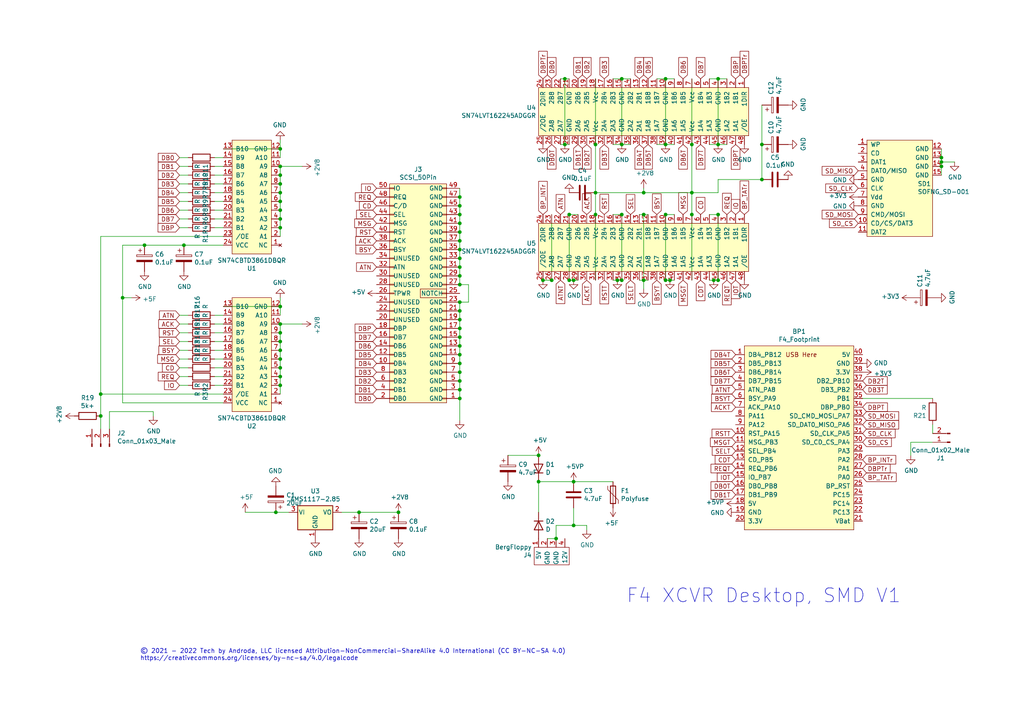
<source format=kicad_sch>
(kicad_sch (version 20211123) (generator eeschema)
  (paper "A4")
  (junction (at 29.21 114.3))
  (junction (at 133.35 90.17))
  (junction (at 165.1 81.28))
  (junction (at 208.28 22.86))
  (junction (at 200.66 62.23))
  (junction (at 273.05 45.72))
  (junction (at 186.69 62.23))
  (junction (at 81.28 58.42))
  (junction (at 166.37 152.4))
  (junction (at 133.35 82.55))
  (junction (at 163.83 41.91))
  (junction (at 133.35 102.87))
  (junction (at 133.35 69.85))
  (junction (at 35.56 86.36))
  (junction (at 133.35 92.71))
  (junction (at 186.69 55.88))
  (junction (at 273.05 48.26))
  (junction (at 166.37 139.7))
  (junction (at 156.21 139.7))
  (junction (at 81.28 96.52))
  (junction (at 163.83 22.86))
  (junction (at 81.28 106.68))
  (junction (at 133.35 67.31))
  (junction (at 81.28 109.22))
  (junction (at 81.28 60.96))
  (junction (at 133.35 57.15))
  (junction (at 220.98 52.07))
  (junction (at 81.28 93.98))
  (junction (at 207.01 81.28))
  (junction (at 133.35 97.79))
  (junction (at 156.21 132.08))
  (junction (at 194.31 81.28))
  (junction (at 180.34 81.28))
  (junction (at 81.28 43.18))
  (junction (at 81.28 48.26))
  (junction (at 81.28 66.04))
  (junction (at 166.37 81.28))
  (junction (at 81.28 53.34))
  (junction (at 133.35 95.25))
  (junction (at 208.28 41.91))
  (junction (at 172.72 62.23))
  (junction (at 172.72 55.88))
  (junction (at 180.34 62.23))
  (junction (at 180.34 22.86))
  (junction (at 200.66 41.91))
  (junction (at 115.57 148.59))
  (junction (at 179.07 81.28))
  (junction (at 81.28 104.14))
  (junction (at 172.72 41.91))
  (junction (at 41.91 71.12))
  (junction (at 81.28 63.5))
  (junction (at 133.35 87.63))
  (junction (at 104.14 148.59))
  (junction (at 133.35 62.23))
  (junction (at 208.28 81.28))
  (junction (at 133.35 72.39))
  (junction (at 53.34 71.12))
  (junction (at 180.34 41.91))
  (junction (at 133.35 115.57))
  (junction (at 133.35 105.41))
  (junction (at 200.66 55.88))
  (junction (at 133.35 74.93))
  (junction (at 81.28 99.06))
  (junction (at 29.21 120.65))
  (junction (at 133.35 110.49))
  (junction (at 133.35 100.33))
  (junction (at 186.69 81.28))
  (junction (at 220.98 41.91))
  (junction (at 81.28 50.8))
  (junction (at 133.35 80.01))
  (junction (at 81.28 111.76))
  (junction (at 165.1 62.23))
  (junction (at 157.48 81.28))
  (junction (at 133.35 64.77))
  (junction (at 273.05 46.99))
  (junction (at 193.04 41.91))
  (junction (at 133.35 107.95))
  (junction (at 193.04 62.23))
  (junction (at 81.28 101.6))
  (junction (at 193.04 81.28))
  (junction (at 133.35 59.69))
  (junction (at 133.35 113.03))
  (junction (at 81.28 88.9))
  (junction (at 193.04 22.86))
  (junction (at 80.01 148.59))
  (junction (at 133.35 77.47))
  (junction (at 160.02 81.28))
  (junction (at 208.28 62.23))
  (junction (at 161.29 156.21))
  (junction (at 81.28 55.88))
  (wire (pts (xy 81.28 55.88) (xy 81.28 53.34)))
  (wire (pts (xy 276.86 46.99) (xy 273.05 46.99)))
  (wire (pts (xy 29.21 68.58) (xy 29.21 114.3)))
  (wire (pts (xy 133.35 105.41) (xy 133.35 107.95)))
  (wire (pts (xy 133.35 67.31) (xy 133.35 69.85)))
  (wire (pts (xy 180.34 41.91) (xy 177.8 41.91)))
  (wire (pts (xy 273.05 45.72) (xy 273.05 46.99)))
  (wire (pts (xy 165.1 62.23) (xy 165.1 81.28)))
  (wire (pts (xy 81.28 88.9) (xy 81.28 91.44)))
  (wire (pts (xy 172.72 62.23) (xy 172.72 55.88)))
  (wire (pts (xy 52.07 53.34) (xy 54.61 53.34)))
  (wire (pts (xy 160.02 81.28) (xy 160.02 62.23)))
  (wire (pts (xy 35.56 71.12) (xy 41.91 71.12)))
  (wire (pts (xy 166.37 152.4) (xy 170.18 152.4)))
  (wire (pts (xy 54.61 66.04) (xy 52.07 66.04)))
  (wire (pts (xy 29.21 68.58) (xy 64.77 68.58)))
  (wire (pts (xy 179.07 81.28) (xy 177.8 81.28)))
  (wire (pts (xy 177.8 22.86) (xy 180.34 22.86)))
  (wire (pts (xy 81.28 60.96) (xy 81.28 58.42)))
  (wire (pts (xy 62.23 93.98) (xy 64.77 93.98)))
  (wire (pts (xy 64.77 45.72) (xy 62.23 45.72)))
  (wire (pts (xy 166.37 81.28) (xy 167.64 81.28)))
  (wire (pts (xy 133.35 54.61) (xy 133.35 57.15)))
  (wire (pts (xy 29.21 120.65) (xy 29.21 124.46)))
  (wire (pts (xy 52.07 111.76) (xy 54.61 111.76)))
  (wire (pts (xy 186.69 55.88) (xy 186.69 54.61)))
  (wire (pts (xy 208.28 41.91) (xy 205.74 41.91)))
  (wire (pts (xy 180.34 22.86) (xy 180.34 41.91)))
  (wire (pts (xy 64.77 55.88) (xy 62.23 55.88)))
  (wire (pts (xy 52.07 45.72) (xy 54.61 45.72)))
  (wire (pts (xy 81.28 109.22) (xy 81.28 106.68)))
  (wire (pts (xy 193.04 62.23) (xy 193.04 81.28)))
  (wire (pts (xy 31.75 119.38) (xy 44.45 119.38)))
  (wire (pts (xy 133.35 87.63) (xy 133.35 90.17)))
  (wire (pts (xy 81.28 53.34) (xy 81.28 50.8)))
  (wire (pts (xy 81.28 58.42) (xy 81.28 55.88)))
  (wire (pts (xy 62.23 111.76) (xy 64.77 111.76)))
  (wire (pts (xy 186.69 62.23) (xy 186.69 81.28)))
  (wire (pts (xy 200.66 55.88) (xy 200.66 62.23)))
  (wire (pts (xy 270.51 128.27) (xy 264.16 128.27)))
  (wire (pts (xy 64.77 60.96) (xy 62.23 60.96)))
  (wire (pts (xy 166.37 139.7) (xy 177.8 139.7)))
  (wire (pts (xy 273.05 43.18) (xy 273.05 45.72)))
  (wire (pts (xy 64.77 58.42) (xy 62.23 58.42)))
  (wire (pts (xy 165.1 62.23) (xy 167.64 62.23)))
  (wire (pts (xy 52.07 109.22) (xy 54.61 109.22)))
  (wire (pts (xy 273.05 48.26) (xy 273.05 50.8)))
  (wire (pts (xy 156.21 132.08) (xy 147.32 132.08)))
  (wire (pts (xy 200.66 41.91) (xy 200.66 55.88)))
  (wire (pts (xy 163.83 22.86) (xy 162.56 22.86)))
  (wire (pts (xy 200.66 22.86) (xy 200.66 41.91)))
  (wire (pts (xy 52.07 55.88) (xy 54.61 55.88)))
  (wire (pts (xy 31.75 124.46) (xy 31.75 119.38)))
  (wire (pts (xy 133.35 69.85) (xy 133.35 72.39)))
  (wire (pts (xy 133.35 82.55) (xy 135.89 82.55)))
  (wire (pts (xy 220.98 41.91) (xy 220.98 52.07)))
  (wire (pts (xy 52.07 99.06) (xy 54.61 99.06)))
  (wire (pts (xy 195.58 22.86) (xy 193.04 22.86)))
  (wire (pts (xy 71.12 148.59) (xy 80.01 148.59)))
  (wire (pts (xy 135.89 82.55) (xy 135.89 87.63)))
  (wire (pts (xy 133.35 59.69) (xy 133.35 62.23)))
  (wire (pts (xy 186.69 62.23) (xy 185.42 62.23)))
  (wire (pts (xy 133.35 62.23) (xy 133.35 64.77)))
  (wire (pts (xy 35.56 116.84) (xy 64.77 116.84)))
  (wire (pts (xy 133.35 115.57) (xy 133.35 121.92)))
  (wire (pts (xy 81.28 43.18) (xy 81.28 45.72)))
  (wire (pts (xy 35.56 71.12) (xy 35.56 86.36)))
  (wire (pts (xy 195.58 62.23) (xy 193.04 62.23)))
  (wire (pts (xy 52.07 101.6) (xy 54.61 101.6)))
  (wire (pts (xy 270.51 123.19) (xy 270.51 125.73)))
  (wire (pts (xy 52.07 93.98) (xy 54.61 93.98)))
  (wire (pts (xy 264.16 128.27) (xy 264.16 132.08)))
  (wire (pts (xy 133.35 64.77) (xy 133.35 67.31)))
  (wire (pts (xy 193.04 41.91) (xy 190.5 41.91)))
  (wire (pts (xy 133.35 100.33) (xy 133.35 102.87)))
  (wire (pts (xy 133.35 110.49) (xy 133.35 113.03)))
  (wire (pts (xy 161.29 152.4) (xy 161.29 156.21)))
  (wire (pts (xy 81.28 101.6) (xy 81.28 99.06)))
  (wire (pts (xy 44.45 119.38) (xy 44.45 120.65)))
  (wire (pts (xy 41.91 71.12) (xy 53.34 71.12)))
  (wire (pts (xy 163.83 41.91) (xy 162.56 41.91)))
  (wire (pts (xy 187.96 81.28) (xy 186.69 81.28)))
  (wire (pts (xy 29.21 114.3) (xy 29.21 120.65)))
  (wire (pts (xy 62.23 96.52) (xy 64.77 96.52)))
  (wire (pts (xy 172.72 41.91) (xy 172.72 55.88)))
  (wire (pts (xy 133.35 95.25) (xy 133.35 97.79)))
  (wire (pts (xy 54.61 58.42) (xy 52.07 58.42)))
  (wire (pts (xy 200.66 55.88) (xy 208.28 55.88)))
  (wire (pts (xy 81.28 106.68) (xy 81.28 104.14)))
  (wire (pts (xy 208.28 22.86) (xy 208.28 41.91)))
  (wire (pts (xy 133.35 80.01) (xy 133.35 82.55)))
  (wire (pts (xy 208.28 81.28) (xy 207.01 81.28)))
  (wire (pts (xy 54.61 60.96) (xy 52.07 60.96)))
  (wire (pts (xy 187.96 62.23) (xy 186.69 62.23)))
  (wire (pts (xy 133.35 72.39) (xy 133.35 74.93)))
  (wire (pts (xy 54.61 50.8) (xy 52.07 50.8)))
  (wire (pts (xy 81.28 63.5) (xy 81.28 60.96)))
  (wire (pts (xy 172.72 22.86) (xy 172.72 41.91)))
  (wire (pts (xy 83.82 148.59) (xy 80.01 148.59)))
  (wire (pts (xy 81.28 111.76) (xy 81.28 109.22)))
  (wire (pts (xy 104.14 148.59) (xy 115.57 148.59)))
  (wire (pts (xy 52.07 96.52) (xy 54.61 96.52)))
  (wire (pts (xy 53.34 71.12) (xy 64.77 71.12)))
  (wire (pts (xy 81.28 104.14) (xy 81.28 101.6)))
  (wire (pts (xy 64.77 48.26) (xy 62.23 48.26)))
  (wire (pts (xy 62.23 101.6) (xy 64.77 101.6)))
  (wire (pts (xy 64.77 53.34) (xy 62.23 53.34)))
  (wire (pts (xy 208.28 52.07) (xy 220.98 52.07)))
  (wire (pts (xy 133.35 107.95) (xy 133.35 110.49)))
  (wire (pts (xy 81.28 68.58) (xy 81.28 66.04)))
  (wire (pts (xy 52.07 91.44) (xy 54.61 91.44)))
  (wire (pts (xy 172.72 55.88) (xy 186.69 55.88)))
  (wire (pts (xy 81.28 114.3) (xy 81.28 111.76)))
  (wire (pts (xy 156.21 139.7) (xy 166.37 139.7)))
  (wire (pts (xy 273.05 46.99) (xy 273.05 48.26)))
  (wire (pts (xy 166.37 147.32) (xy 166.37 152.4)))
  (wire (pts (xy 195.58 41.91) (xy 193.04 41.91)))
  (wire (pts (xy 133.35 102.87) (xy 133.35 105.41)))
  (wire (pts (xy 133.35 57.15) (xy 133.35 59.69)))
  (wire (pts (xy 194.31 81.28) (xy 193.04 81.28)))
  (wire (pts (xy 52.07 63.5) (xy 54.61 63.5)))
  (wire (pts (xy 182.88 22.86) (xy 180.34 22.86)))
  (wire (pts (xy 165.1 22.86) (xy 163.83 22.86)))
  (wire (pts (xy 208.28 22.86) (xy 205.74 22.86)))
  (wire (pts (xy 81.28 96.52) (xy 81.28 93.98)))
  (wire (pts (xy 210.82 41.91) (xy 208.28 41.91)))
  (wire (pts (xy 170.18 152.4) (xy 170.18 153.67)))
  (wire (pts (xy 62.23 99.06) (xy 64.77 99.06)))
  (wire (pts (xy 29.21 114.3) (xy 64.77 114.3)))
  (wire (pts (xy 99.06 148.59) (xy 104.14 148.59)))
  (wire (pts (xy 220.98 30.48) (xy 220.98 41.91)))
  (wire (pts (xy 62.23 104.14) (xy 64.77 104.14)))
  (wire (pts (xy 186.69 81.28) (xy 185.42 81.28)))
  (wire (pts (xy 208.28 62.23) (xy 205.74 62.23)))
  (wire (pts (xy 62.23 91.44) (xy 64.77 91.44)))
  (wire (pts (xy 54.61 48.26) (xy 52.07 48.26)))
  (wire (pts (xy 158.75 156.21) (xy 161.29 156.21)))
  (wire (pts (xy 64.77 88.9) (xy 81.28 88.9)))
  (wire (pts (xy 133.35 77.47) (xy 133.35 80.01)))
  (wire (pts (xy 52.07 104.14) (xy 54.61 104.14)))
  (wire (pts (xy 64.77 66.04) (xy 62.23 66.04)))
  (wire (pts (xy 38.1 86.36) (xy 35.56 86.36)))
  (wire (pts (xy 135.89 87.63) (xy 133.35 87.63)))
  (wire (pts (xy 81.28 99.06) (xy 81.28 96.52)))
  (wire (pts (xy 62.23 109.22) (xy 64.77 109.22)))
  (wire (pts (xy 133.35 90.17) (xy 133.35 92.71)))
  (wire (pts (xy 195.58 81.28) (xy 194.31 81.28)))
  (wire (pts (xy 193.04 22.86) (xy 190.5 22.86)))
  (wire (pts (xy 62.23 106.68) (xy 64.77 106.68)))
  (wire (pts (xy 193.04 22.86) (xy 193.04 41.91)))
  (wire (pts (xy 165.1 41.91) (xy 163.83 41.91)))
  (wire (pts (xy 81.28 66.04) (xy 81.28 63.5)))
  (wire (pts (xy 52.07 106.68) (xy 54.61 106.68)))
  (wire (pts (xy 81.28 43.18) (xy 81.28 40.64)))
  (wire (pts (xy 160.02 81.28) (xy 157.48 81.28)))
  (wire (pts (xy 250.19 115.57) (xy 270.51 115.57)))
  (wire (pts (xy 81.28 93.98) (xy 87.63 93.98)))
  (wire (pts (xy 208.28 55.88) (xy 208.28 52.07)))
  (wire (pts (xy 186.69 81.28) (xy 186.69 83.82)))
  (wire (pts (xy 166.37 152.4) (xy 161.29 152.4)))
  (wire (pts (xy 172.72 62.23) (xy 172.72 81.28)))
  (wire (pts (xy 163.83 22.86) (xy 163.83 41.91)))
  (wire (pts (xy 186.69 55.88) (xy 200.66 55.88)))
  (wire (pts (xy 133.35 97.79) (xy 133.35 100.33)))
  (wire (pts (xy 64.77 43.18) (xy 81.28 43.18)))
  (wire (pts (xy 180.34 62.23) (xy 180.34 81.28)))
  (wire (pts (xy 165.1 81.28) (xy 166.37 81.28)))
  (wire (pts (xy 133.35 92.71) (xy 133.35 95.25)))
  (wire (pts (xy 81.28 48.26) (xy 87.63 48.26)))
  (wire (pts (xy 156.21 139.7) (xy 156.21 148.59)))
  (wire (pts (xy 182.88 41.91) (xy 180.34 41.91)))
  (wire (pts (xy 133.35 74.93) (xy 133.35 77.47)))
  (wire (pts (xy 208.28 62.23) (xy 208.28 81.28)))
  (wire (pts (xy 35.56 86.36) (xy 35.56 116.84)))
  (wire (pts (xy 180.34 81.28) (xy 179.07 81.28)))
  (wire (pts (xy 210.82 22.86) (xy 208.28 22.86)))
  (wire (pts (xy 180.34 62.23) (xy 177.8 62.23)))
  (wire (pts (xy 64.77 63.5) (xy 62.23 63.5)))
  (wire (pts (xy 81.28 88.9) (xy 81.28 86.36)))
  (wire (pts (xy 64.77 50.8) (xy 62.23 50.8)))
  (wire (pts (xy 133.35 113.03) (xy 133.35 115.57)))
  (wire (pts (xy 81.28 50.8) (xy 81.28 48.26)))
  (wire (pts (xy 207.01 81.28) (xy 205.74 81.28)))
  (wire (pts (xy 200.66 62.23) (xy 200.66 81.28)))
  (text "© 2021 - 2022 Tech by Androda, LLC licensed Attribution-NonCommercial-ShareAlike 4.0 International (CC BY-NC-SA 4.0)\nhttps://creativecommons.org/licenses/by-nc-sa/4.0/legalcode" (at 40.64 191.77 0) (effects (font (size 1.27 1.27)) (justify left bottom)))
  (text "F4 XCVR Desktop, SMD V1" (at 181.61 175.26 0) (effects (font (size 4 4)) (justify left bottom)))
  (global_label "DB6" (shape input) (at 52.07 60.96 180) (property "Intersheet References" "${INTERSHEET_REFS}" (effects hide)))
  (global_label "BSYT" (shape input) (at 190.5 81.28 270) (property "Intersheet References" "${INTERSHEET_REFS}" (effects hide)))
  (global_label "DB0T" (shape input) (at 160.02 41.91 270) (property "Intersheet References" "${INTERSHEET_REFS}" (effects hide)))
  (global_label "DB4" (shape input) (at 52.07 55.88 180) (property "Intersheet References" "${INTERSHEET_REFS}" (effects hide)))
  (global_label "IO" (shape input) (at 52.07 111.76 180) (property "Intersheet References" "${INTERSHEET_REFS}" (effects hide)))
  (global_label "SEL" (shape input) (at 109.22 62.23 180) (property "Intersheet References" "${INTERSHEET_REFS}" (effects hide)))
  (global_label "DB6T" (shape input) (at 198.12 41.91 270) (property "Intersheet References" "${INTERSHEET_REFS}" (effects hide)))
  (global_label "SD_MOSI" (shape input) (at 248.92 62.23 180) (property "Intersheet References" "${INTERSHEET_REFS}" (effects hide)))
  (global_label "DB4" (shape input) (at 109.22 105.41 180) (property "Intersheet References" "${INTERSHEET_REFS}" (effects hide)))
  (global_label "DBPTr" (shape input) (at 215.9 22.86 90) (property "Intersheet References" "${INTERSHEET_REFS}" (effects hide)))
  (global_label "DB1" (shape input) (at 109.22 113.03 180) (property "Intersheet References" "${INTERSHEET_REFS}" (effects hide)))
  (global_label "DB6" (shape input) (at 198.12 22.86 90) (property "Intersheet References" "${INTERSHEET_REFS}" (effects hide)))
  (global_label "DB1" (shape input) (at 52.07 48.26 180) (property "Intersheet References" "${INTERSHEET_REFS}" (effects hide)))
  (global_label "RST" (shape input) (at 175.26 62.23 90) (property "Intersheet References" "${INTERSHEET_REFS}" (effects hide)))
  (global_label "DBPT" (shape input) (at 250.19 118.11 0) (property "Intersheet References" "${INTERSHEET_REFS}" (effects hide)))
  (global_label "DBPT" (shape input) (at 213.36 41.91 270) (property "Intersheet References" "${INTERSHEET_REFS}" (effects hide)))
  (global_label "DB4T" (shape input) (at 185.42 41.91 270) (property "Intersheet References" "${INTERSHEET_REFS}" (effects hide)))
  (global_label "IOT" (shape input) (at 213.36 138.43 180) (property "Intersheet References" "${INTERSHEET_REFS}" (effects hide)))
  (global_label "REQT" (shape input) (at 210.82 81.28 270) (property "Intersheet References" "${INTERSHEET_REFS}" (effects hide)))
  (global_label "DB3" (shape input) (at 52.07 53.34 180) (property "Intersheet References" "${INTERSHEET_REFS}" (effects hide)))
  (global_label "DBP" (shape input) (at 213.36 22.86 90) (property "Intersheet References" "${INTERSHEET_REFS}" (effects hide)))
  (global_label "DB1T" (shape input) (at 213.36 143.51 180) (property "Intersheet References" "${INTERSHEET_REFS}" (effects hide)))
  (global_label "REQ" (shape input) (at 210.82 62.23 90) (property "Intersheet References" "${INTERSHEET_REFS}" (effects hide)))
  (global_label "SD_CS" (shape input) (at 248.92 64.77 180) (property "Intersheet References" "${INTERSHEET_REFS}" (effects hide)))
  (global_label "BP_TATr" (shape input) (at 250.19 138.43 0) (property "Intersheet References" "${INTERSHEET_REFS}" (effects hide)))
  (global_label "BSYT" (shape input) (at 213.36 115.57 180) (property "Intersheet References" "${INTERSHEET_REFS}" (effects hide)))
  (global_label "DB1T" (shape input) (at 167.64 41.91 270) (property "Intersheet References" "${INTERSHEET_REFS}" (effects hide)))
  (global_label "MSGT" (shape input) (at 198.12 81.28 270) (property "Intersheet References" "${INTERSHEET_REFS}" (effects hide)))
  (global_label "ACK" (shape input) (at 170.18 62.23 90) (property "Intersheet References" "${INTERSHEET_REFS}" (effects hide)))
  (global_label "MSG" (shape input) (at 198.12 62.23 90) (property "Intersheet References" "${INTERSHEET_REFS}" (effects hide)))
  (global_label "MSGT" (shape input) (at 213.36 128.27 180) (property "Intersheet References" "${INTERSHEET_REFS}" (effects hide)))
  (global_label "BP_INTr" (shape input) (at 250.19 133.35 0) (property "Intersheet References" "${INTERSHEET_REFS}" (effects hide)))
  (global_label "SD_CLK" (shape input) (at 248.92 54.61 180) (property "Intersheet References" "${INTERSHEET_REFS}" (effects hide)))
  (global_label "DB5" (shape input) (at 109.22 102.87 180) (property "Intersheet References" "${INTERSHEET_REFS}" (effects hide)))
  (global_label "SEL" (shape input) (at 52.07 99.06 180) (property "Intersheet References" "${INTERSHEET_REFS}" (effects hide)))
  (global_label "SD_MISO" (shape input) (at 248.92 49.53 180) (property "Intersheet References" "${INTERSHEET_REFS}" (effects hide)))
  (global_label "RST" (shape input) (at 52.07 96.52 180) (property "Intersheet References" "${INTERSHEET_REFS}" (effects hide)))
  (global_label "ACKT" (shape input) (at 170.18 81.28 270) (property "Intersheet References" "${INTERSHEET_REFS}" (effects hide)))
  (global_label "SD_MISO" (shape input) (at 250.19 123.19 0) (property "Intersheet References" "${INTERSHEET_REFS}" (effects hide)))
  (global_label "DB0T" (shape input) (at 213.36 140.97 180) (property "Intersheet References" "${INTERSHEET_REFS}" (effects hide)))
  (global_label "IO" (shape input) (at 213.36 62.23 90) (property "Intersheet References" "${INTERSHEET_REFS}" (effects hide)))
  (global_label "CDT" (shape input) (at 213.36 133.35 180) (property "Intersheet References" "${INTERSHEET_REFS}" (effects hide)))
  (global_label "DB0" (shape input) (at 160.02 22.86 90) (property "Intersheet References" "${INTERSHEET_REFS}" (effects hide)))
  (global_label "ATNT" (shape input) (at 162.56 81.28 270) (property "Intersheet References" "${INTERSHEET_REFS}" (effects hide)))
  (global_label "DBPTr" (shape input) (at 250.19 135.89 0) (property "Intersheet References" "${INTERSHEET_REFS}" (effects hide)))
  (global_label "ATN" (shape input) (at 162.56 62.23 90) (property "Intersheet References" "${INTERSHEET_REFS}" (effects hide)))
  (global_label "CD" (shape input) (at 203.2 62.23 90) (property "Intersheet References" "${INTERSHEET_REFS}" (effects hide)))
  (global_label "BSY" (shape input) (at 190.5 62.23 90) (property "Intersheet References" "${INTERSHEET_REFS}" (effects hide)))
  (global_label "DB3" (shape input) (at 175.26 22.86 90) (property "Intersheet References" "${INTERSHEET_REFS}" (effects hide)))
  (global_label "DB5T" (shape input) (at 213.36 105.41 180) (property "Intersheet References" "${INTERSHEET_REFS}" (effects hide)))
  (global_label "MSG" (shape input) (at 109.22 64.77 180) (property "Intersheet References" "${INTERSHEET_REFS}" (effects hide)))
  (global_label "BSY" (shape input) (at 109.22 72.39 180) (property "Intersheet References" "${INTERSHEET_REFS}" (effects hide)))
  (global_label "ATN" (shape input) (at 109.22 77.47 180) (property "Intersheet References" "${INTERSHEET_REFS}" (effects hide)))
  (global_label "SD_MOSI" (shape input) (at 250.19 120.65 0) (property "Intersheet References" "${INTERSHEET_REFS}" (effects hide)))
  (global_label "DB2" (shape input) (at 52.07 50.8 180) (property "Intersheet References" "${INTERSHEET_REFS}" (effects hide)))
  (global_label "DB7T" (shape input) (at 213.36 110.49 180) (property "Intersheet References" "${INTERSHEET_REFS}" (effects hide)))
  (global_label "DB2T" (shape input) (at 170.18 41.91 270) (property "Intersheet References" "${INTERSHEET_REFS}" (effects hide)))
  (global_label "DBPTr" (shape input) (at 157.48 22.86 90) (property "Intersheet References" "${INTERSHEET_REFS}" (effects hide)))
  (global_label "ATNT" (shape input) (at 213.36 113.03 180) (property "Intersheet References" "${INTERSHEET_REFS}" (effects hide)))
  (global_label "DB7" (shape input) (at 109.22 97.79 180) (property "Intersheet References" "${INTERSHEET_REFS}" (effects hide)))
  (global_label "SELT" (shape input) (at 213.36 130.81 180) (property "Intersheet References" "${INTERSHEET_REFS}" (effects hide)))
  (global_label "DB6T" (shape input) (at 213.36 107.95 180) (property "Intersheet References" "${INTERSHEET_REFS}" (effects hide)))
  (global_label "DB3T" (shape input) (at 175.26 41.91 270) (property "Intersheet References" "${INTERSHEET_REFS}" (effects hide)))
  (global_label "IO" (shape input) (at 109.22 54.61 180) (property "Intersheet References" "${INTERSHEET_REFS}" (effects hide)))
  (global_label "DB4T" (shape input) (at 213.36 102.87 180) (property "Intersheet References" "${INTERSHEET_REFS}" (effects hide)))
  (global_label "SD_CLK" (shape input) (at 250.19 125.73 0) (property "Intersheet References" "${INTERSHEET_REFS}" (effects hide)))
  (global_label "DBP" (shape input) (at 52.07 66.04 180) (property "Intersheet References" "${INTERSHEET_REFS}" (effects hide)))
  (global_label "DB0" (shape input) (at 109.22 115.57 180) (property "Intersheet References" "${INTERSHEET_REFS}" (effects hide)))
  (global_label "RST" (shape input) (at 109.22 67.31 180) (property "Intersheet References" "${INTERSHEET_REFS}" (effects hide)))
  (global_label "DB5" (shape input) (at 52.07 58.42 180) (property "Intersheet References" "${INTERSHEET_REFS}" (effects hide)))
  (global_label "IOT" (shape input) (at 213.36 81.28 270) (property "Intersheet References" "${INTERSHEET_REFS}" (effects hide)))
  (global_label "DB7T" (shape input) (at 203.2 41.91 270) (property "Intersheet References" "${INTERSHEET_REFS}" (effects hide)))
  (global_label "REQ" (shape input) (at 109.22 57.15 180) (property "Intersheet References" "${INTERSHEET_REFS}" (effects hide)))
  (global_label "MSG" (shape input) (at 52.07 104.14 180) (property "Intersheet References" "${INTERSHEET_REFS}" (effects hide)))
  (global_label "RSTT" (shape input) (at 175.26 81.28 270) (property "Intersheet References" "${INTERSHEET_REFS}" (effects hide)))
  (global_label "DB2" (shape input) (at 170.18 22.86 90) (property "Intersheet References" "${INTERSHEET_REFS}" (effects hide)))
  (global_label "DB6" (shape input) (at 109.22 100.33 180) (property "Intersheet References" "${INTERSHEET_REFS}" (effects hide)))
  (global_label "RSTT" (shape input) (at 213.36 125.73 180) (property "Intersheet References" "${INTERSHEET_REFS}" (effects hide)))
  (global_label "REQ" (shape input) (at 52.07 109.22 180) (property "Intersheet References" "${INTERSHEET_REFS}" (effects hide)))
  (global_label "ATN" (shape input) (at 52.07 91.44 180) (property "Intersheet References" "${INTERSHEET_REFS}" (effects hide)))
  (global_label "REQT" (shape input) (at 213.36 135.89 180) (property "Intersheet References" "${INTERSHEET_REFS}" (effects hide)))
  (global_label "DB4" (shape input) (at 185.42 22.86 90) (property "Intersheet References" "${INTERSHEET_REFS}" (effects hide)))
  (global_label "CD" (shape input) (at 109.22 59.69 180) (property "Intersheet References" "${INTERSHEET_REFS}" (effects hide)))
  (global_label "DB7" (shape input) (at 203.2 22.86 90) (property "Intersheet References" "${INTERSHEET_REFS}" (effects hide)))
  (global_label "SD_CS" (shape input) (at 250.19 128.27 0) (property "Intersheet References" "${INTERSHEET_REFS}" (effects hide)))
  (global_label "DB3T" (shape input) (at 250.19 113.03 0) (property "Intersheet References" "${INTERSHEET_REFS}" (effects hide)))
  (global_label "DB2" (shape input) (at 109.22 110.49 180) (property "Intersheet References" "${INTERSHEET_REFS}" (effects hide)))
  (global_label "ACK" (shape input) (at 52.07 93.98 180) (property "Intersheet References" "${INTERSHEET_REFS}" (effects hide)))
  (global_label "BP_TATr" (shape input) (at 215.9 62.23 90) (property "Intersheet References" "${INTERSHEET_REFS}" (effects hide)))
  (global_label "BP_INTr" (shape input) (at 157.48 62.23 90) (property "Intersheet References" "${INTERSHEET_REFS}" (effects hide)))
  (global_label "DB3" (shape input) (at 109.22 107.95 180) (property "Intersheet References" "${INTERSHEET_REFS}" (effects hide)))
  (global_label "SELT" (shape input) (at 182.88 81.28 270) (property "Intersheet References" "${INTERSHEET_REFS}" (effects hide)))
  (global_label "DB5" (shape input) (at 187.96 22.86 90) (property "Intersheet References" "${INTERSHEET_REFS}" (effects hide)))
  (global_label "CD" (shape input) (at 52.07 106.68 180) (property "Intersheet References" "${INTERSHEET_REFS}" (effects hide)))
  (global_label "DB7" (shape input) (at 52.07 63.5 180) (property "Intersheet References" "${INTERSHEET_REFS}" (effects hide)))
  (global_label "ACKT" (shape input) (at 213.36 118.11 180) (property "Intersheet References" "${INTERSHEET_REFS}" (effects hide)))
  (global_label "SEL" (shape input) (at 182.88 62.23 90) (property "Intersheet References" "${INTERSHEET_REFS}" (effects hide)))
  (global_label "DB1" (shape input) (at 167.64 22.86 90) (property "Intersheet References" "${INTERSHEET_REFS}" (effects hide)))
  (global_label "ACK" (shape input) (at 109.22 69.85 180) (property "Intersheet References" "${INTERSHEET_REFS}" (effects hide)))
  (global_label "BSY" (shape input) (at 52.07 101.6 180) (property "Intersheet References" "${INTERSHEET_REFS}" (effects hide)))
  (global_label "DB5T" (shape input) (at 187.96 41.91 270) (property "Intersheet References" "${INTERSHEET_REFS}" (effects hide)))
  (global_label "CDT" (shape input) (at 203.2 81.28 270) (property "Intersheet References" "${INTERSHEET_REFS}" (effects hide)))
  (global_label "DB2T" (shape input) (at 250.19 110.49 0) (property "Intersheet References" "${INTERSHEET_REFS}" (effects hide)))
  (global_label "DB0" (shape input) (at 52.07 45.72 180) (property "Intersheet References" "${INTERSHEET_REFS}" (effects hide)))
  (global_label "DBP" (shape input) (at 109.22 95.25 180) (property "Intersheet References" "${INTERSHEET_REFS}" (effects hide)))
  (symbol (lib_id "Regulator_Linear:AMS1117CD-2.85") (at 91.44 148.59 0) (unit 1)
    (property "Reference" "U3" (at 91.44 142.4432 0))
    (property "Value" "AMS1117-2.85" (at 91.44 144.7546 0))
    (property "Footprint" "Package_TO_SOT_SMD:SOT-223-3_TabPin2" (effects hide))
    (property "Datasheet" "http://www.advanced-monolithic.com/pdf/ds1117.pdf" (effects hide))
  )
  (symbol (lib_id "power:GND") (at 91.44 156.21 0) (unit 1)
    (property "Reference" "#PWR08" (effects hide))
    (property "Value" "GND" (at 91.567 160.6042 0))
  )
  (symbol (lib_id "power:+2V8") (at 115.57 148.59 0) (unit 1)
    (property "Reference" "#PWR012" (effects hide))
    (property "Value" "+2V8" (at 115.951 144.1958 0))
  )
  (symbol (lib_id "Device:CP") (at 104.14 152.4 0) (unit 1)
    (property "Reference" "C2" (at 107.1372 151.2316 0) (effects (justify left)))
    (property "Value" "20uF" (at 107.1372 153.543 0) (effects (justify left)))
    (property "Footprint" "Capacitor_SMD:C_1206_3216Metric_Pad1.42x1.75mm_HandSolder" (effects hide))
  )
  (symbol (lib_id "Device:CP") (at 80.01 144.78 180) (unit 1)
    (property "Reference" "C1" (at 83.0072 143.6116 0) (effects (justify right)))
    (property "Value" "20uF" (at 83.0072 145.923 0) (effects (justify right)))
    (property "Footprint" "Capacitor_SMD:C_1206_3216Metric_Pad1.42x1.75mm_HandSolder" (effects hide))
  )
  (symbol (lib_id "power:GND") (at 80.01 140.97 180) (unit 1)
    (property "Reference" "#PWR05" (effects hide))
    (property "Value" "GND" (at 79.883 136.5758 0))
  )
  (symbol (lib_id "power:GND") (at 104.14 156.21 0) (unit 1)
    (property "Reference" "#PWR011" (effects hide))
    (property "Value" "GND" (at 104.267 160.6042 0))
  )
  (symbol (lib_id "Device:R") (at 58.42 60.96 270) (unit 1)
    (property "Reference" "R6" (at 59.5884 62.738 0) (effects (justify left)))
    (property "Value" "R" (at 57.277 62.738 0) (effects (justify left)))
    (property "Footprint" "Resistor_SMD:R_0603_1608Metric_Pad1.05x0.95mm_HandSolder" (effects hide))
  )
  (symbol (lib_id "Device:R") (at 58.42 63.5 270) (unit 1)
    (property "Reference" "R4" (at 59.5884 65.278 0) (effects (justify left)))
    (property "Value" "R" (at 57.277 65.278 0) (effects (justify left)))
    (property "Footprint" "Resistor_SMD:R_0603_1608Metric_Pad1.05x0.95mm_HandSolder" (effects hide))
  )
  (symbol (lib_id "custom_symbols:SCSI_50Pin") (at 118.11 85.09 180) (unit 1)
    (property "Reference" "J3" (at 121.285 49.149 0))
    (property "Value" "SCSI_50Pin" (at 121.285 51.4604 0))
    (property "Footprint" "CustomFootprints:SCSI50_EdgeConn" (effects hide))
  )
  (symbol (lib_id "Device:R") (at 58.42 50.8 270) (unit 1)
    (property "Reference" "R5" (at 59.5884 52.578 0) (effects (justify left)))
    (property "Value" "R" (at 57.277 52.578 0) (effects (justify left)))
    (property "Footprint" "Resistor_SMD:R_0603_1608Metric_Pad1.05x0.95mm_HandSolder" (effects hide))
  )
  (symbol (lib_id "Device:R") (at 58.42 48.26 270) (unit 1)
    (property "Reference" "R10" (at 59.5884 50.038 0) (effects (justify left)))
    (property "Value" "R" (at 57.277 50.038 0) (effects (justify left)))
    (property "Footprint" "Resistor_SMD:R_0603_1608Metric_Pad1.05x0.95mm_HandSolder" (effects hide))
  )
  (symbol (lib_id "power:GND") (at 133.35 121.92 0) (unit 1)
    (property "Reference" "#PWR016" (effects hide))
    (property "Value" "GND" (at 133.477 126.3142 0))
  )
  (symbol (lib_id "Device:R") (at 58.42 53.34 270) (unit 1)
    (property "Reference" "R7" (at 59.5884 55.118 0) (effects (justify left)))
    (property "Value" "R" (at 57.277 55.118 0) (effects (justify left)))
    (property "Footprint" "Resistor_SMD:R_0603_1608Metric_Pad1.05x0.95mm_HandSolder" (effects hide))
  )
  (symbol (lib_id "Device:R") (at 58.42 58.42 270) (unit 1)
    (property "Reference" "R8" (at 59.5884 60.198 0) (effects (justify left)))
    (property "Value" "R" (at 57.277 60.198 0) (effects (justify left)))
    (property "Footprint" "Resistor_SMD:R_0603_1608Metric_Pad1.05x0.95mm_HandSolder" (effects hide))
  )
  (symbol (lib_id "Device:R") (at 58.42 66.04 270) (unit 1)
    (property "Reference" "R1" (at 59.5884 67.818 0) (effects (justify left)))
    (property "Value" "R" (at 57.277 67.818 0) (effects (justify left)))
    (property "Footprint" "Resistor_SMD:R_0603_1608Metric_Pad1.05x0.95mm_HandSolder" (effects hide))
  )
  (symbol (lib_id "Device:R") (at 58.42 45.72 270) (unit 1)
    (property "Reference" "R11" (at 59.5884 47.498 0) (effects (justify left)))
    (property "Value" "R" (at 57.277 47.498 0) (effects (justify left)))
    (property "Footprint" "Resistor_SMD:R_0603_1608Metric_Pad1.05x0.95mm_HandSolder" (effects hide))
  )
  (symbol (lib_id "Device:R") (at 58.42 55.88 270) (unit 1)
    (property "Reference" "R9" (at 59.5884 57.658 0) (effects (justify left)))
    (property "Value" "R" (at 57.277 57.658 0) (effects (justify left)))
    (property "Footprint" "Resistor_SMD:R_0603_1608Metric_Pad1.05x0.95mm_HandSolder" (effects hide))
  )
  (symbol (lib_id "custom_symbols:+5V_TPWR") (at 109.22 85.09 90) (unit 1)
    (property "Reference" "#PWR013" (effects hide))
    (property "Value" "+5V_TPWR" (at 105.9688 84.709 90) (effects (justify left)))
  )
  (symbol (lib_id "custom_symbols:+5V_TPWR") (at 156.21 132.08 0) (unit 1)
    (property "Reference" "#PWR015" (effects hide))
    (property "Value" "+5V_TPWR" (at 156.591 127.6858 0))
  )
  (symbol (lib_id "power:+2V8") (at 87.63 48.26 270) (unit 1)
    (property "Reference" "#PWR09" (effects hide))
    (property "Value" "+2V8" (at 92.0242 48.641 0))
  )
  (symbol (lib_id "custom_symbols:BergFloppy") (at 160.02 168.91 180) (unit 1)
    (property "Reference" "J4" (at 154.2288 160.9852 0) (effects (justify left)))
    (property "Value" "BergFloppy" (at 154.2288 158.6738 0) (effects (justify left)))
    (property "Footprint" "CustomFootprints:BergFloppy_RightAngle" (effects hide))
  )
  (symbol (lib_id "power:GND") (at 170.18 153.67 0) (unit 1)
    (property "Reference" "#PWR020" (effects hide))
    (property "Value" "GND" (at 170.307 158.0642 0))
  )
  (symbol (lib_id "power:+3V3") (at 250.19 107.95 270) (unit 1)
    (property "Reference" "#PWR036" (effects hide))
    (property "Value" "+3V3" (at 253.4412 108.331 90) (effects (justify left)))
  )
  (symbol (lib_id "OpenSource_Library:SN74CBTD3861DBQR") (at 72.39 74.93 180) (unit 1)
    (property "Reference" "U1" (at 73.025 77.851 0))
    (property "Value" "SN74CBTD3861DBQR" (at 73.025 75.5396 0))
    (property "Footprint" "Package_SO:SSOP-24_3.9x8.7mm_P0.635mm" (effects hide))
  )
  (symbol (lib_id "power:GND") (at 81.28 40.64 180) (unit 1)
    (property "Reference" "#PWR06" (effects hide))
    (property "Value" "GND" (at 81.153 36.2458 0))
  )
  (symbol (lib_id "Device:R") (at 58.42 99.06 90) (unit 1)
    (property "Reference" "R15" (at 57.2516 97.282 0) (effects (justify left)))
    (property "Value" "R" (at 59.563 97.282 0) (effects (justify left)))
    (property "Footprint" "Resistor_SMD:R_0603_1608Metric_Pad1.05x0.95mm_HandSolder" (effects hide))
  )
  (symbol (lib_id "Device:R") (at 58.42 104.14 90) (unit 1)
    (property "Reference" "R13" (at 57.2516 102.362 0) (effects (justify left)))
    (property "Value" "R" (at 59.563 102.362 0) (effects (justify left)))
    (property "Footprint" "Resistor_SMD:R_0603_1608Metric_Pad1.05x0.95mm_HandSolder" (effects hide))
  )
  (symbol (lib_id "Device:R") (at 58.42 109.22 270) (unit 1)
    (property "Reference" "R2" (at 59.5884 110.998 0) (effects (justify left)))
    (property "Value" "R" (at 57.277 110.998 0) (effects (justify left)))
    (property "Footprint" "Resistor_SMD:R_0603_1608Metric_Pad1.05x0.95mm_HandSolder" (effects hide))
  )
  (symbol (lib_id "Device:R") (at 58.42 111.76 270) (unit 1)
    (property "Reference" "R3" (at 59.5884 113.538 0) (effects (justify left)))
    (property "Value" "R" (at 57.277 113.538 0) (effects (justify left)))
    (property "Footprint" "Resistor_SMD:R_0603_1608Metric_Pad1.05x0.95mm_HandSolder" (effects hide))
  )
  (symbol (lib_id "Device:R") (at 58.42 96.52 90) (unit 1)
    (property "Reference" "R18" (at 57.2516 94.742 0) (effects (justify left)))
    (property "Value" "R" (at 59.563 94.742 0) (effects (justify left)))
    (property "Footprint" "Resistor_SMD:R_0603_1608Metric_Pad1.05x0.95mm_HandSolder" (effects hide))
  )
  (symbol (lib_id "Device:R") (at 58.42 91.44 90) (unit 1)
    (property "Reference" "R16" (at 57.2516 89.662 0) (effects (justify left)))
    (property "Value" "R" (at 59.563 89.662 0) (effects (justify left)))
    (property "Footprint" "Resistor_SMD:R_0603_1608Metric_Pad1.05x0.95mm_HandSolder" (effects hide))
  )
  (symbol (lib_id "Device:R") (at 58.42 101.6 90) (unit 1)
    (property "Reference" "R14" (at 57.2516 99.822 0) (effects (justify left)))
    (property "Value" "R" (at 59.563 99.822 0) (effects (justify left)))
    (property "Footprint" "Resistor_SMD:R_0603_1608Metric_Pad1.05x0.95mm_HandSolder" (effects hide))
  )
  (symbol (lib_id "Device:R") (at 58.42 106.68 90) (unit 1)
    (property "Reference" "R12" (at 57.2516 104.902 0) (effects (justify left)))
    (property "Value" "R" (at 59.563 104.902 0) (effects (justify left)))
    (property "Footprint" "Resistor_SMD:R_0603_1608Metric_Pad1.05x0.95mm_HandSolder" (effects hide))
  )
  (symbol (lib_id "Device:R") (at 58.42 93.98 90) (unit 1)
    (property "Reference" "R17" (at 57.2516 92.202 0) (effects (justify left)))
    (property "Value" "R" (at 59.563 92.202 0) (effects (justify left)))
    (property "Footprint" "Resistor_SMD:R_0603_1608Metric_Pad1.05x0.95mm_HandSolder" (effects hide))
  )
  (symbol (lib_id "power:+2V8") (at 87.63 93.98 270) (unit 1)
    (property "Reference" "#PWR010" (effects hide))
    (property "Value" "+2V8" (at 92.0242 94.361 0))
  )
  (symbol (lib_id "OpenSource_Library:SN74CBTD3861DBQR") (at 72.39 120.65 180) (unit 1)
    (property "Reference" "U2" (at 73.025 123.571 0))
    (property "Value" "SN74CBTD3861DBQR" (at 73.025 121.2596 0))
    (property "Footprint" "Package_SO:SSOP-24_3.9x8.7mm_P0.635mm" (effects hide))
  )
  (symbol (lib_id "power:GND") (at 81.28 86.36 180) (unit 1)
    (property "Reference" "#PWR07" (effects hide))
    (property "Value" "GND" (at 81.153 81.9658 0))
  )
  (symbol (lib_id "power:+5VP") (at 213.36 146.05 90) (unit 1)
    (property "Reference" "#PWR031" (effects hide))
    (property "Value" "+5VP" (at 210.1088 145.669 90) (effects (justify left)))
  )
  (symbol (lib_id "Device:C") (at 166.37 143.51 0) (unit 1)
    (property "Reference" "C3" (at 169.291 142.3416 0) (effects (justify left)))
    (property "Value" "4.7uF" (at 169.291 144.653 0) (effects (justify left)))
    (property "Footprint" "Capacitor_SMD:C_0805_2012Metric_Pad1.15x1.40mm_HandSolder" (effects hide))
  )
  (symbol (lib_id "Device:Polyfuse") (at 177.8 143.51 0) (unit 1)
    (property "Reference" "F1" (at 180.0352 142.3416 0) (effects (justify left)))
    (property "Value" "Polyfuse" (at 180.0352 144.653 0) (effects (justify left)))
    (property "Footprint" "CustomFootprints:Fuse_BelFuse_0ZRE0005FF_L8.3mm_W3.8mm" (effects hide))
  )
  (symbol (lib_id "power:+5F") (at 71.12 148.59 0) (unit 1)
    (property "Reference" "#PWR04" (effects hide))
    (property "Value" "+5F" (at 71.501 144.1958 0))
  )
  (symbol (lib_id "power:+5F") (at 177.8 147.32 180) (unit 1)
    (property "Reference" "#PWR017" (effects hide))
    (property "Value" "+5F" (at 177.419 151.7142 0))
  )
  (symbol (lib_id "power:+5VP") (at 166.37 139.7 0) (unit 1)
    (property "Reference" "#PWR023" (effects hide))
    (property "Value" "+5VP" (at 166.751 135.3058 0))
  )
  (symbol (lib_id "power:+5F") (at 38.1 86.36 270) (unit 1)
    (property "Reference" "#PWR03" (effects hide))
    (property "Value" "+5F" (at 41.3512 86.741 90) (effects (justify left)))
  )
  (symbol (lib_id "custom_symbols:BlackSCSI") (at 231.14 99.06 0) (unit 1)
    (property "Reference" "BP1" (at 231.775 96.139 0))
    (property "Value" "F4_Footprint" (at 231.775 98.4504 0))
    (property "Footprint" "CustomFootprints:BluePillModule" (effects hide))
  )
  (symbol (lib_id "power:GND") (at 250.19 105.41 90) (unit 1)
    (property "Reference" "#PWR035" (effects hide))
    (property "Value" "GND" (at 253.4412 105.283 90) (effects (justify right)))
  )
  (symbol (lib_id "power:GND") (at 213.36 148.59 270) (unit 1)
    (property "Reference" "#PWR032" (effects hide))
    (property "Value" "GND" (at 210.1088 148.717 90) (effects (justify right)))
  )
  (symbol (lib_id "OpenSource_Library:SN74ALVTH162245VR") (at 219.71 33.02 270) (unit 1)
    (property "Reference" "U4" (at 155.4988 31.2166 90) (effects (justify right)))
    (property "Value" "SN74LVT162245ADGGR" (at 155.4988 33.528 90) (effects (justify right)))
    (property "Footprint" "Package_SO:TSSOP-48_6.1x12.5mm_P0.5mm" (effects hide))
  )
  (symbol (lib_id "Device:C") (at 224.79 52.07 90) (unit 1)
    (property "Reference" "C5" (at 224.79 45.6692 90))
    (property "Value" "0.1uF" (at 224.79 47.9806 90))
    (property "Footprint" "Capacitor_SMD:C_0805_2012Metric_Pad1.15x1.40mm_HandSolder" (effects hide))
  )
  (symbol (lib_id "Device:C") (at 168.91 55.88 270) (unit 1)
    (property "Reference" "C4" (at 168.91 49.4792 90))
    (property "Value" "0.1uF" (at 168.91 51.7906 90))
    (property "Footprint" "Capacitor_SMD:C_0805_2012Metric_Pad1.15x1.40mm_HandSolder" (effects hide))
  )
  (symbol (lib_id "power:GND") (at 228.6 52.07 180) (unit 1)
    (property "Reference" "#PWR0101" (effects hide))
    (property "Value" "GND" (at 228.473 47.6758 0))
  )
  (symbol (lib_id "power:GND") (at 165.1 55.88 180) (unit 1)
    (property "Reference" "#PWR0102" (effects hide))
    (property "Value" "GND" (at 164.973 51.4858 0))
  )
  (symbol (lib_id "power:GND") (at 215.9 41.91 0) (unit 1)
    (property "Reference" "#PWR029" (effects hide))
    (property "Value" "GND" (at 216.027 46.3042 0))
  )
  (symbol (lib_id "power:GND") (at 157.48 41.91 0) (unit 1)
    (property "Reference" "#PWR018" (effects hide))
    (property "Value" "GND" (at 157.607 46.3042 0))
  )
  (symbol (lib_id "OpenSource_Library:SN74ALVTH162245VR") (at 219.71 72.39 270) (unit 1)
    (property "Reference" "U5" (at 155.4988 70.5866 90) (effects (justify right)))
    (property "Value" "SN74LVT162245ADGGR" (at 155.4988 72.898 90) (effects (justify right)))
    (property "Footprint" "Package_SO:TSSOP-48_6.1x12.5mm_P0.5mm" (effects hide))
  )
  (symbol (lib_id "power:GND") (at 215.9 81.28 0) (unit 1)
    (property "Reference" "#PWR030" (effects hide))
    (property "Value" "GND" (at 216.027 85.6742 0))
  )
  (symbol (lib_id "power:GND") (at 157.48 81.28 0) (unit 1)
    (property "Reference" "#PWR019" (effects hide))
    (property "Value" "GND" (at 157.607 85.6742 0))
  )
  (symbol (lib_id "Device:R") (at 270.51 119.38 180) (unit 1)
    (property "Reference" "R21" (at 268.732 120.5484 0) (effects (justify left)))
    (property "Value" "R" (at 268.732 118.237 0) (effects (justify left)))
    (property "Footprint" "Resistor_SMD:R_0805_2012Metric_Pad1.15x1.40mm_HandSolder" (effects hide))
  )
  (symbol (lib_id "Connector:Conn_01x02_Male") (at 275.59 128.27 180) (unit 1)
    (property "Reference" "J1" (at 272.8468 132.8674 0))
    (property "Value" "Conn_01x02_Male" (at 272.8468 130.556 0))
    (property "Footprint" "Connector_PinHeader_2.54mm:PinHeader_1x02_P2.54mm_Vertical" (effects hide))
  )
  (symbol (lib_id "power:GND") (at 264.16 132.08 0) (unit 1)
    (property "Reference" "#PWR0108" (effects hide))
    (property "Value" "GND" (at 264.287 136.4742 0))
  )
  (symbol (lib_id "power:GND") (at 166.37 81.28 0) (unit 1)
    (property "Reference" "#PWR022" (effects hide))
    (property "Value" "GND" (at 166.497 85.6742 0))
  )
  (symbol (lib_id "power:GND") (at 179.07 81.28 0) (unit 1)
    (property "Reference" "#PWR024" (effects hide))
    (property "Value" "GND" (at 179.197 85.6742 0))
  )
  (symbol (lib_id "Device:R") (at 25.4 120.65 270) (unit 1)
    (property "Reference" "R19" (at 25.4 115.3922 90))
    (property "Value" "5k+" (at 25.4 117.7036 90))
    (property "Footprint" "Resistor_SMD:R_0805_2012Metric_Pad1.15x1.40mm_HandSolder" (effects hide))
  )
  (symbol (lib_id "power:+2V8") (at 21.59 120.65 90) (unit 1)
    (property "Reference" "#PWR0107" (effects hide))
    (property "Value" "+2V8" (at 17.1958 120.269 0))
  )
  (symbol (lib_id "power:GND") (at 194.31 81.28 0) (unit 1)
    (property "Reference" "#PWR027" (effects hide))
    (property "Value" "GND" (at 194.437 85.6742 0))
  )
  (symbol (lib_id "power:GND") (at 207.01 81.28 0) (unit 1)
    (property "Reference" "#PWR028" (effects hide))
    (property "Value" "GND" (at 207.137 85.6742 0))
  )
  (symbol (lib_id "power:GND") (at 208.28 41.91 0) (unit 1)
    (property "Reference" "#PWR0103" (effects hide))
    (property "Value" "GND" (at 208.407 46.3042 0))
  )
  (symbol (lib_id "power:GND") (at 193.04 41.91 0) (unit 1)
    (property "Reference" "#PWR0104" (effects hide))
    (property "Value" "GND" (at 193.167 46.3042 0))
  )
  (symbol (lib_id "power:GND") (at 180.34 41.91 0) (unit 1)
    (property "Reference" "#PWR0105" (effects hide))
    (property "Value" "GND" (at 180.467 46.3042 0))
  )
  (symbol (lib_id "power:GND") (at 163.83 41.91 0) (unit 1)
    (property "Reference" "#PWR0106" (effects hide))
    (property "Value" "GND" (at 163.957 46.3042 0))
  )
  (symbol (lib_id "power:GND") (at 186.69 83.82 0) (unit 1)
    (property "Reference" "#PWR026" (effects hide))
    (property "Value" "GND" (at 186.817 88.2142 0))
  )
  (symbol (lib_id "power:+2V8") (at 186.69 54.61 0) (unit 1)
    (property "Reference" "#PWR0109" (effects hide))
    (property "Value" "+2V8" (at 187.071 50.2158 0))
  )
  (symbol (lib_id "power:GND") (at 115.57 156.21 0) (unit 1)
    (property "Reference" "#PWR0110" (effects hide))
    (property "Value" "GND" (at 115.697 160.6042 0))
  )
  (symbol (lib_id "Device:CP") (at 115.57 152.4 0) (unit 1)
    (property "Reference" "C8" (at 118.5672 151.2316 0) (effects (justify left)))
    (property "Value" "0.1uF" (at 118.5672 153.543 0) (effects (justify left)))
    (property "Footprint" "Capacitor_SMD:C_0805_2012Metric_Pad1.15x1.40mm_HandSolder" (effects hide))
  )
  (symbol (lib_id "power:GND") (at 53.34 78.74 0) (unit 1)
    (property "Reference" "#PWR0111" (effects hide))
    (property "Value" "GND" (at 53.467 83.1342 0))
  )
  (symbol (lib_id "Device:CP") (at 53.34 74.93 0) (unit 1)
    (property "Reference" "C7" (at 56.3372 73.7616 0) (effects (justify left)))
    (property "Value" "0.1uF" (at 56.3372 76.073 0) (effects (justify left)))
    (property "Footprint" "Capacitor_SMD:C_0805_2012Metric_Pad1.15x1.40mm_HandSolder" (effects hide))
  )
  (symbol (lib_id "power:GND") (at 41.91 78.74 0) (unit 1)
    (property "Reference" "#PWR0112" (effects hide))
    (property "Value" "GND" (at 42.037 83.1342 0))
  )
  (symbol (lib_id "Device:CP") (at 41.91 74.93 0) (unit 1)
    (property "Reference" "C6" (at 44.9072 73.7616 0) (effects (justify left)))
    (property "Value" "0.1uF" (at 44.9072 76.073 0) (effects (justify left)))
    (property "Footprint" "Capacitor_SMD:C_0805_2012Metric_Pad1.15x1.40mm_HandSolder" (effects hide))
  )
  (symbol (lib_id "Device:D") (at 156.21 152.4 270) (unit 1)
    (property "Reference" "D2" (at 158.242 151.2316 90) (effects (justify left)))
    (property "Value" "D" (at 158.242 153.543 90) (effects (justify left)))
    (property "Footprint" "Diode_SMD:D_SMA" (effects hide))
  )
  (symbol (lib_id "Device:D") (at 156.21 135.89 90) (unit 1)
    (property "Reference" "D1" (at 158.242 134.7216 90) (effects (justify right)))
    (property "Value" "D" (at 158.242 137.033 90) (effects (justify right)))
    (property "Footprint" "Diode_SMD:D_SMA" (effects hide))
  )
  (symbol (lib_id "power:GND") (at 147.32 139.7 0) (unit 1)
    (property "Reference" "#PWR0113" (effects hide))
    (property "Value" "GND" (at 147.447 144.0942 0))
  )
  (symbol (lib_id "Device:CP") (at 147.32 135.89 0) (unit 1)
    (property "Reference" "C9" (at 150.3172 134.7216 0) (effects (justify left)))
    (property "Value" "4.7uF" (at 150.3172 137.033 0) (effects (justify left)))
    (property "Footprint" "Capacitor_SMD:C_0805_2012Metric_Pad1.15x1.40mm_HandSolder" (effects hide))
  )
  (symbol (lib_id "power:GND") (at 228.6 41.91 90) (unit 1)
    (property "Reference" "#PWR0114" (effects hide))
    (property "Value" "GND" (at 232.9942 41.783 0))
  )
  (symbol (lib_id "Device:CP") (at 224.79 41.91 90) (unit 1)
    (property "Reference" "C10" (at 223.6216 38.9128 0) (effects (justify left)))
    (property "Value" "4.7uF" (at 225.933 38.9128 0) (effects (justify left)))
    (property "Footprint" "Capacitor_SMD:C_0805_2012Metric_Pad1.15x1.40mm_HandSolder" (effects hide))
  )
  (symbol (lib_id "power:+3V3") (at 264.16 86.36 90) (unit 1)
    (property "Reference" "#PWR0115" (effects hide))
    (property "Value" "+3V3" (at 260.9088 85.979 90) (effects (justify left)))
  )
  (symbol (lib_id "power:GND") (at 271.78 86.36 90) (unit 1)
    (property "Reference" "#PWR0116" (effects hide))
    (property "Value" "GND" (at 276.1742 86.233 0))
  )
  (symbol (lib_id "Device:CP") (at 267.97 86.36 90) (unit 1)
    (property "Reference" "C11" (at 266.8016 83.3628 0) (effects (justify left)))
    (property "Value" "4.7uF" (at 269.113 83.3628 0) (effects (justify left)))
    (property "Footprint" "Capacitor_SMD:C_0805_2012Metric_Pad1.15x1.40mm_HandSolder" (effects hide))
  )
  (symbol (lib_id "custom_symbols:SOFNG_SD-001") (at 255.27 38.1 0) (unit 1)
    (property "Reference" "SD1" (at 266.1412 53.3146 0) (effects (justify left)))
    (property "Value" "SOFNG_SD-001" (at 266.1412 55.626 0) (effects (justify left)))
    (property "Footprint" "CustomFootprints:SOFNG_SD-001" (effects hide))
  )
  (symbol (lib_id "power:GND") (at 276.86 46.99 0) (unit 1)
    (property "Reference" "#PWR0117" (effects hide))
    (property "Value" "GND" (at 276.987 51.3842 0))
  )
  (symbol (lib_id "power:+3V3") (at 248.92 57.15 90) (unit 1)
    (property "Reference" "#PWR0118" (effects hide))
    (property "Value" "+3V3" (at 245.6688 56.769 90) (effects (justify left)))
  )
  (symbol (lib_id "power:GND") (at 248.92 59.69 270) (unit 1)
    (property "Reference" "#PWR0119" (effects hide))
    (property "Value" "GND" (at 245.6688 59.817 90) (effects (justify right)))
  )
  (symbol (lib_id "power:GND") (at 248.92 52.07 270) (unit 1)
    (property "Reference" "#PWR0120" (effects hide))
    (property "Value" "GND" (at 245.6688 52.197 90) (effects (justify right)))
  )
  (symbol (lib_id "Connector:Conn_01x03_Male") (at 29.21 129.54 90) (unit 1)
    (property "Reference" "J2" (at 33.9852 125.6284 90) (effects (justify right)))
    (property "Value" "Conn_01x03_Male" (at 33.9852 127.9398 90) (effects (justify right)))
    (property "Footprint" "Connector_PinHeader_2.54mm:PinHeader_1x03_P2.54mm_Vertical" (effects hide))
  )
  (symbol (lib_id "power:GND") (at 44.45 120.65 0) (unit 1)
    (property "Reference" "#PWR0121" (effects hide))
    (property "Value" "GND" (at 44.577 125.0442 0))
  )
  (symbol (lib_id "power:GND") (at 228.6 30.48 90) (unit 1)
    (property "Reference" "#PWR0122" (effects hide))
    (property "Value" "GND" (at 232.9942 30.353 0))
  )
  (symbol (lib_id "Device:CP") (at 224.79 30.48 90) (unit 1)
    (property "Reference" "C12" (at 223.6216 27.4828 0) (effects (justify left)))
    (property "Value" "4.7uF" (at 225.933 27.4828 0) (effects (justify left)))
    (property "Footprint" "Capacitor_SMD:C_0805_2012Metric_Pad1.15x1.40mm_HandSolder" (effects hide))
  )
)
</source>
